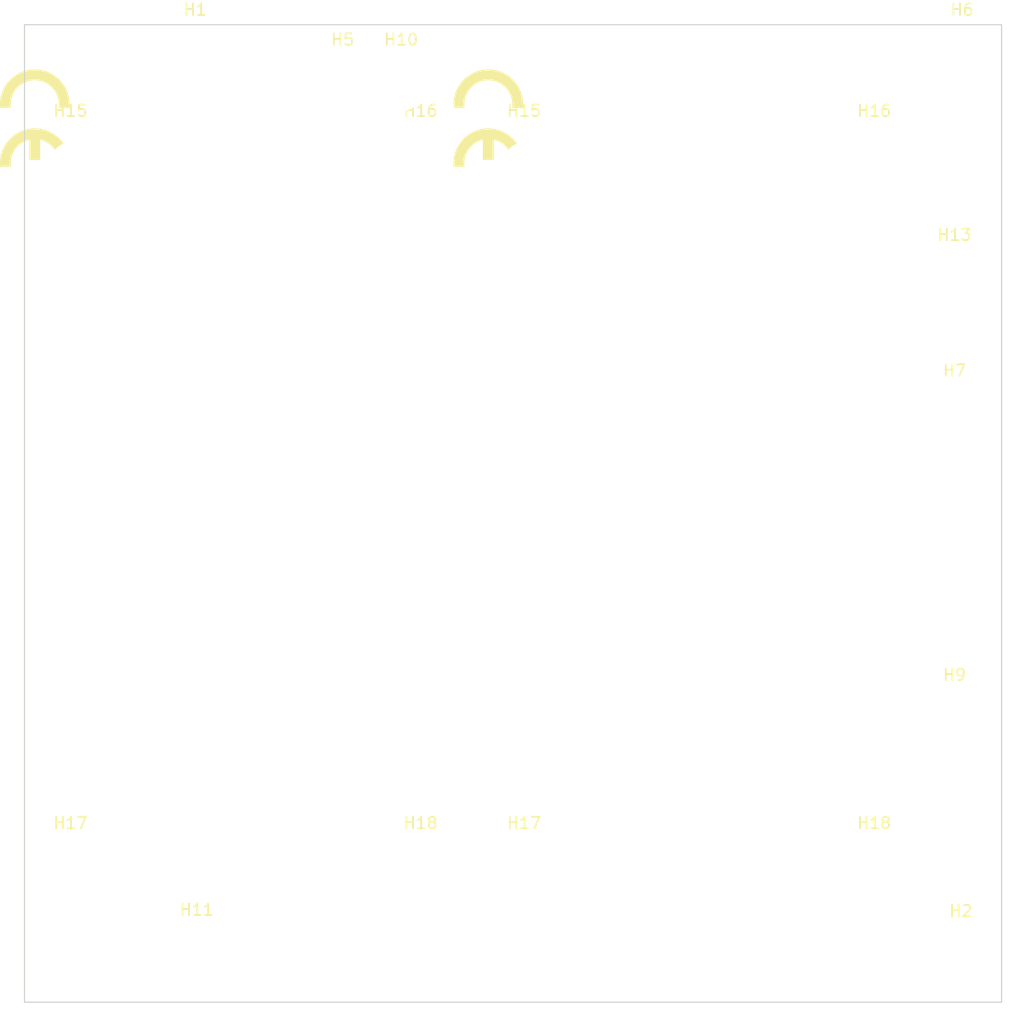
<source format=kicad_pcb>
(kicad_pcb (version 20221018) (generator pcbnew)
  (layers (0 "F.Cu" signal) (31 "B.Cu" signal) (34 "B.Paste" user) (35 "F.Paste" user) (36 "B.SilkS" user "B.Silkscreen") (37 "F.SilkS" user "F.Silkscreen") (38 "B.Mask" user) (39 "F.Mask" user) (44 "Edge.Cuts" user))
  (net 0 "")
  (footprint "MountingHole:MountingHole_3.5mm" (layer "F.Cu") (at 81.666 3.2)
    (fp_text reference "H6" (at 0 -4.5) (layer "F.SilkS"))
    (fp_text value "MountingHole")
    (pad "" np_thru_hole circle (at 0 0) (size 3.5 3.5) (drill 3.5) (layers "*.Cu" "*.Mask"))
  )
  (footprint "MountingHole:MountingHole_3.5mm" (layer "F.Cu") (at 4 74)
    (fp_text reference "H17" (at 0 -4.5) (layer "F.SilkS"))
    (fp_text value "MountingHole")
    (pad "" np_thru_hole circle (at 0 0) (size 3.5 3.5) (drill 3.5) (layers "*.Cu" "*.Mask"))
  )
  (footprint "MountingHole:MountingHole_3.5mm" (layer "F.Cu") (at 74 74)
    (fp_text reference "H18" (at 0 -4.5) (layer "F.SilkS"))
    (fp_text value "MountingHole")
    (pad "" np_thru_hole circle (at 0 0) (size 3.5 3.5) (drill 3.5) (layers "*.Cu" "*.Mask"))
  )
  (footprint "Symbol:CE-Logo_8.5x6mm_SilkScreen" (layer "F.Cu") (at 0.9 8.1375 -90)
    (fp_text reference "PS1" hide)
    (fp_text value "HLK-5M12" hide)
    (fp_poly (pts (xy -1.060813 -3.015685) (xy -0.99633 -3.014025) (xy -0.949697 -3.011055) (xy -0.929349 -3.007912) (xy -0.899583 -2.999935) (xy -0.899583 -2.07947) (xy -1.109119 -2.086741) (xy -1.318953 -2.086477) (xy -1.513141 -2.069618) (xy -1.69758 -2.034925) (xy -1.878168 -1.981161) (xy -2.060803 -1.907089) (xy -2.136511 -1.871121) (xy -2.317062 -1.772023) (xy -2.479702 -1.660674) (xy -2.632099 -1.531592) (xy -2.691378 -1.474295) (xy -2.848015 -1.299139) (xy -2.983527 -1.10848) (xy -3.097234 -0.903606) (xy -3.188456 -0.685807) (xy -3.256515 -0.456371) (xy -3.276674 -0.363803) (xy -3.288823 -0.279756) (xy -3.296934 -0.176766) (xy -3.301015 -0.062035) (xy -3.301074 0.057234) (xy -3.297116 0.173837) (xy -3.289149 0.280571) (xy -3.277181 0.370233) (xy -3.275943 0.377031) (xy -3.220089 0.605759) (xy -3.140701 0.823965) (xy -3.039069 1.030177) (xy -2.916478 1.222928) (xy -2.774219 1.400748) (xy -2.613579 1.562168) (xy -2.435845 1.705719) (xy -2.242307 1.829931) (xy -2.034252 1.933336) (xy -1.850763 2.002535) (xy -1.747623 2.034118) (xy -1.652893 2.058129) (xy -1.56013 2.075463) (xy -1.462894 2.087016) (xy -1.354742 2.09368) (xy -1.229233 2.096352) (xy -1.174089 2.096504) (xy -0.899583 2.096186) (xy -0.899583 3.013164) (xy -0.929349 3.021141) (xy -0.954749 3.024138) (xy -1.001744 3.026203) (xy -1.06549 3.027382) (xy -1.141142 3.027723) (xy -1.223854 3.027274) (xy -1.308783 3.026083) (xy -1.391083 3.024197) (xy -1.465909 3.021663) (xy -1.528417 3.018531) (xy -1.573762 3.014847) (xy -1.574271 3.014789) (xy -1.687271 2.998341) (xy -1.814872 2.973706) (xy -1.947338 2.943083) (xy -2.074934 2.908667) (xy -2.156016 2.883536) (xy -2.420553 2.782498) (xy -2.671277 2.659513) (xy -2.907195 2.515777) (xy -3.12732 2.352487) (xy -3.33066 2.170838) (xy -3.516227 1.972026) (xy -3.68303 1.757247) (xy -3.830079 1.527698) (xy -3.956385 1.284573) (xy -4.060958 1.02907) (xy -4.142808 0.762383) (xy -4.200945 0.485709) (xy -4.214162 0.396875) (xy -4.222618 0.312107) (xy -4.228437 0.208118) (xy -4.231618 0.092009) (xy -4.232161 -0.029113) (xy -4.230066 -0.148146) (xy -4.225334 -0.257986) (xy -4.217963 -0.351528) (xy -4.214162 -0.383646) (xy -4.163241 -0.666294) (xy -4.087795 -0.939386) (xy -3.988081 -1.202286) (xy -3.864354 -1.454363) (xy -3.716872 -1.694983) (xy -3.638048 -1.805782) (xy -3.45977 -2.023277) (xy -3.263767 -2.221656) (xy -3.051402 -2.400118) (xy -2.824041 -2.557867) (xy -2.583047 -2.694103) (xy -2.329787 -2.808029) (xy -2.065623 -2.898847) (xy -1.791921 -2.965759) (xy -1.60112 -2.997187) (xy -1.548646 -3.00251) (xy -1.479782 -3.00707) (xy -1.399419 -3.010788) (xy -1.31245 -3.013587) (xy -1.223764 -3.015388) (xy -1.138255 -3.016113) (xy -1.060813 -3.015685)) (stroke (width 0.01)) (fill solid) (layer "F.SilkS"))
    (fp_poly (pts (xy 4.233335 -2.083594) (xy 3.938985 -2.083305) (xy 3.83701 -2.08288) (xy 3.756355 -2.081592) (xy 3.691888 -2.079086) (xy 3.638476 -2.075004) (xy 3.590988 -2.068992) (xy 3.544289 -2.060692) (xy 3.510389 -2.053564) (xy 3.280549 -1.990246) (xy 3.061232 -1.903988) (xy 2.854201 -1.795991) (xy 2.66122 -1.667456) (xy 2.484049 -1.519582) (xy 2.324453 -1.35357) (xy 2.184193 -1.170621) (xy 2.159554 -1.133551) (xy 2.107756 -1.046598) (xy 2.054855 -0.94518) (xy 2.003836 -0.836134) (xy 1.957682 -0.726298) (xy 1.919375 -0.622512) (xy 1.891898 -0.531612) (xy 1.885804 -0.506016) (xy 1.876439 -0.463021) (xy 3.638021 -0.463021) (xy 3.638021 0.47625) (xy 1.876439 0.47625) (xy 1.885804 0.519244) (xy 1.910864 0.610611) (xy 1.948352 0.716469) (xy 1.995185 0.829878) (xy 2.048282 0.943892) (xy 2.10456 1.051569) (xy 2.160936 1.145967) (xy 2.170392 1.160319) (xy 2.314134 1.351791) (xy 2.475333 1.52363) (xy 2.65299 1.675163) (xy 2.846109 1.805719) (xy 3.053691 1.914624) (xy 3.274738 2.001206) (xy 3.508255 2.064794) (xy 3.513956 2.066021) (xy 3.566538 2.076622) (xy 3.614958 2.084513) (xy 3.664609 2.090078) (xy 3.720881 2.093702) (xy 3.789168 2.095769) (xy 3.874859 2.096664) (xy 3.945599 2.096799) (xy 4.233333 2.096776) (xy 4.233333 3.029479) (xy 3.945599 3.027762) (xy 3.853624 3.026709) (xy 3.763891 3.024766) (xy 3.682158 3.022126) (xy 3.614179 3.018981) (xy 3.565711 3.015526) (xy 3.558646 3.014789) (xy 3.333237 2.978594) (xy 3.101386 2.921376) (xy 2.869425 2.845284) (xy 2.643685 2.752465) (xy 2.430499 2.645068) (xy 2.374697 2.613135) (xy 2.211156 2.507667) (xy 2.045214 2.383545) (xy 1.883427 2.246431) (xy 1.73235 2.101982) (xy 1.59854 1.955859) (xy 1.561993 1.911607) (xy 1.400673 1.690012) (xy 1.259348 1.452378) (xy 1.139025 1.201089) (xy 1.040711 0.938532) (xy 0.965412 0.667092) (xy 0.914135 0.389155) (xy 0.91159 0.370416) (xy 0.904641 0.298751) (xy 0.899708 0.208046) (xy 0.896792 0.104923) (xy 0.895895 -0.003991) (xy 0.897019 -0.112075) (xy 0.900166 -0.212702) (xy 0.905338 -0.299248) (xy 0.911383 -0.357188) (xy 0.963339 -0.642106) (xy 1.038569 -0.917646) (xy 1.136391 -1.182191) (xy 1.256121 -1.434123) (xy 1.397076 -1.671823) (xy 1.558573 -1.893675) (xy 1.561993 -1.897921) (xy 1.74228 -2.100879) (xy 1.941422 -2.287344) (xy 2.156973 -2.455786) (xy 2.386485 -2.604675) (xy 2.627509 -2.732483) (xy 2.8776 -2.837678) (xy 3.134309 -2.918733) (xy 3.234619 -2.943231) (xy 3.35853 -2.969062) (xy 3.4737 -2.988408) (xy 3.58752 -3.002019) (xy 3.707385 -3.010644) (xy 3.840687 -3.015032) (xy 3.952213 -3.015992) (xy 4.233333 -3.01625) (xy 4.233335 -2.083594)) (stroke (width 0.01)) (fill solid) (layer "F.SilkS"))
  )
  (footprint "MountingHole:MountingHole_3.5mm" (layer "F.Cu") (at 81 22.8)
    (fp_text reference "H13" (at 0 -4.5) (layer "F.SilkS"))
    (fp_text value "MountingHole")
    (pad "" np_thru_hole circle (at 0 0) (size 3.5 3.5) (drill 3.5) (layers "*.Cu" "*.Mask"))
  )
  (footprint "Symbol:CE-Logo_8.5x6mm_SilkScreen" (layer "F.Cu") (at 40.4 8.1375 -90)
    (fp_text reference "PS1" hide)
    (fp_text value "HLK-5M12" hide)
    (fp_poly (pts (xy -1.060813 -3.015685) (xy -0.99633 -3.014025) (xy -0.949697 -3.011055) (xy -0.929349 -3.007912) (xy -0.899583 -2.999935) (xy -0.899583 -2.07947) (xy -1.109119 -2.086741) (xy -1.318953 -2.086477) (xy -1.513141 -2.069618) (xy -1.69758 -2.034925) (xy -1.878168 -1.981161) (xy -2.060803 -1.907089) (xy -2.136511 -1.871121) (xy -2.317062 -1.772023) (xy -2.479702 -1.660674) (xy -2.632099 -1.531592) (xy -2.691378 -1.474295) (xy -2.848015 -1.299139) (xy -2.983527 -1.10848) (xy -3.097234 -0.903606) (xy -3.188456 -0.685807) (xy -3.256515 -0.456371) (xy -3.276674 -0.363803) (xy -3.288823 -0.279756) (xy -3.296934 -0.176766) (xy -3.301015 -0.062035) (xy -3.301074 0.057234) (xy -3.297116 0.173837) (xy -3.289149 0.280571) (xy -3.277181 0.370233) (xy -3.275943 0.377031) (xy -3.220089 0.605759) (xy -3.140701 0.823965) (xy -3.039069 1.030177) (xy -2.916478 1.222928) (xy -2.774219 1.400748) (xy -2.613579 1.562168) (xy -2.435845 1.705719) (xy -2.242307 1.829931) (xy -2.034252 1.933336) (xy -1.850763 2.002535) (xy -1.747623 2.034118) (xy -1.652893 2.058129) (xy -1.56013 2.075463) (xy -1.462894 2.087016) (xy -1.354742 2.09368) (xy -1.229233 2.096352) (xy -1.174089 2.096504) (xy -0.899583 2.096186) (xy -0.899583 3.013164) (xy -0.929349 3.021141) (xy -0.954749 3.024138) (xy -1.001744 3.026203) (xy -1.06549 3.027382) (xy -1.141142 3.027723) (xy -1.223854 3.027274) (xy -1.308783 3.026083) (xy -1.391083 3.024197) (xy -1.465909 3.021663) (xy -1.528417 3.018531) (xy -1.573762 3.014847) (xy -1.574271 3.014789) (xy -1.687271 2.998341) (xy -1.814872 2.973706) (xy -1.947338 2.943083) (xy -2.074934 2.908667) (xy -2.156016 2.883536) (xy -2.420553 2.782498) (xy -2.671277 2.659513) (xy -2.907195 2.515777) (xy -3.12732 2.352487) (xy -3.33066 2.170838) (xy -3.516227 1.972026) (xy -3.68303 1.757247) (xy -3.830079 1.527698) (xy -3.956385 1.284573) (xy -4.060958 1.02907) (xy -4.142808 0.762383) (xy -4.200945 0.485709) (xy -4.214162 0.396875) (xy -4.222618 0.312107) (xy -4.228437 0.208118) (xy -4.231618 0.092009) (xy -4.232161 -0.029113) (xy -4.230066 -0.148146) (xy -4.225334 -0.257986) (xy -4.217963 -0.351528) (xy -4.214162 -0.383646) (xy -4.163241 -0.666294) (xy -4.087795 -0.939386) (xy -3.988081 -1.202286) (xy -3.864354 -1.454363) (xy -3.716872 -1.694983) (xy -3.638048 -1.805782) (xy -3.45977 -2.023277) (xy -3.263767 -2.221656) (xy -3.051402 -2.400118) (xy -2.824041 -2.557867) (xy -2.583047 -2.694103) (xy -2.329787 -2.808029) (xy -2.065623 -2.898847) (xy -1.791921 -2.965759) (xy -1.60112 -2.997187) (xy -1.548646 -3.00251) (xy -1.479782 -3.00707) (xy -1.399419 -3.010788) (xy -1.31245 -3.013587) (xy -1.223764 -3.015388) (xy -1.138255 -3.016113) (xy -1.060813 -3.015685)) (stroke (width 0.01)) (fill solid) (layer "F.SilkS"))
    (fp_poly (pts (xy 4.233335 -2.083594) (xy 3.938985 -2.083305) (xy 3.83701 -2.08288) (xy 3.756355 -2.081592) (xy 3.691888 -2.079086) (xy 3.638476 -2.075004) (xy 3.590988 -2.068992) (xy 3.544289 -2.060692) (xy 3.510389 -2.053564) (xy 3.280549 -1.990246) (xy 3.061232 -1.903988) (xy 2.854201 -1.795991) (xy 2.66122 -1.667456) (xy 2.484049 -1.519582) (xy 2.324453 -1.35357) (xy 2.184193 -1.170621) (xy 2.159554 -1.133551) (xy 2.107756 -1.046598) (xy 2.054855 -0.94518) (xy 2.003836 -0.836134) (xy 1.957682 -0.726298) (xy 1.919375 -0.622512) (xy 1.891898 -0.531612) (xy 1.885804 -0.506016) (xy 1.876439 -0.463021) (xy 3.638021 -0.463021) (xy 3.638021 0.47625) (xy 1.876439 0.47625) (xy 1.885804 0.519244) (xy 1.910864 0.610611) (xy 1.948352 0.716469) (xy 1.995185 0.829878) (xy 2.048282 0.943892) (xy 2.10456 1.051569) (xy 2.160936 1.145967) (xy 2.170392 1.160319) (xy 2.314134 1.351791) (xy 2.475333 1.52363) (xy 2.65299 1.675163) (xy 2.846109 1.805719) (xy 3.053691 1.914624) (xy 3.274738 2.001206) (xy 3.508255 2.064794) (xy 3.513956 2.066021) (xy 3.566538 2.076622) (xy 3.614958 2.084513) (xy 3.664609 2.090078) (xy 3.720881 2.093702) (xy 3.789168 2.095769) (xy 3.874859 2.096664) (xy 3.945599 2.096799) (xy 4.233333 2.096776) (xy 4.233333 3.029479) (xy 3.945599 3.027762) (xy 3.853624 3.026709) (xy 3.763891 3.024766) (xy 3.682158 3.022126) (xy 3.614179 3.018981) (xy 3.565711 3.015526) (xy 3.558646 3.014789) (xy 3.333237 2.978594) (xy 3.101386 2.921376) (xy 2.869425 2.845284) (xy 2.643685 2.752465) (xy 2.430499 2.645068) (xy 2.374697 2.613135) (xy 2.211156 2.507667) (xy 2.045214 2.383545) (xy 1.883427 2.246431) (xy 1.73235 2.101982) (xy 1.59854 1.955859) (xy 1.561993 1.911607) (xy 1.400673 1.690012) (xy 1.259348 1.452378) (xy 1.139025 1.201089) (xy 1.040711 0.938532) (xy 0.965412 0.667092) (xy 0.914135 0.389155) (xy 0.91159 0.370416) (xy 0.904641 0.298751) (xy 0.899708 0.208046) (xy 0.896792 0.104923) (xy 0.895895 -0.003991) (xy 0.897019 -0.112075) (xy 0.900166 -0.212702) (xy 0.905338 -0.299248) (xy 0.911383 -0.357188) (xy 0.963339 -0.642106) (xy 1.038569 -0.917646) (xy 1.136391 -1.182191) (xy 1.256121 -1.434123) (xy 1.397076 -1.671823) (xy 1.558573 -1.893675) (xy 1.561993 -1.897921) (xy 1.74228 -2.100879) (xy 1.941422 -2.287344) (xy 2.156973 -2.455786) (xy 2.386485 -2.604675) (xy 2.627509 -2.732483) (xy 2.8776 -2.837678) (xy 3.134309 -2.918733) (xy 3.234619 -2.943231) (xy 3.35853 -2.969062) (xy 3.4737 -2.988408) (xy 3.58752 -3.002019) (xy 3.707385 -3.010644) (xy 3.840687 -3.015032) (xy 3.952213 -3.015992) (xy 4.233333 -3.01625) (xy 4.233335 -2.083594)) (stroke (width 0.01)) (fill solid) (layer "F.SilkS"))
  )
  (footprint "MountingHole:MountingHole_3.5mm" (layer "F.Cu") (at 81 27.8)
    (fp_text reference "H4" (at 0 -4.5) (layer "F.SilkS"))
    (fp_text value "MountingHole")
    (pad "" np_thru_hole circle (at 0 0) (size 3.5 3.5) (drill 3.5) (layers "*.Cu" "*.Mask"))
  )
  (footprint "MountingHole:MountingHole_3.5mm" (layer "F.Cu") (at 14.863 3.2)
    (fp_text reference "H1" (at 0 -4.5) (layer "F.SilkS"))
    (fp_text value "MountingHole")
    (pad "" np_thru_hole circle (at 0 0) (size 3.5 3.5) (drill 3.5) (layers "*.Cu" "*.Mask"))
  )
  (footprint "MountingHole:MountingHole_3.5mm" (layer "F.Cu") (at 34.5 12)
    (fp_text reference "H16" (at 0 -4.5) (layer "F.SilkS"))
    (fp_text value "MountingHole")
    (pad "" np_thru_hole circle (at 0 0) (size 3.5 3.5) (drill 3.5) (layers "*.Cu" "*.Mask"))
  )
  (footprint "MountingHole:MountingHole_3.5mm" (layer "F.Cu") (at 15 81.55)
    (fp_text reference "H11" (at 0 -4.5) (layer "F.SilkS"))
    (fp_text value "MountingHole")
    (pad "" np_thru_hole circle (at 0 0) (size 3.5 3.5) (drill 3.5) (layers "*.Cu" "*.Mask"))
  )
  (footprint "MountingHole:MountingHole_3.5mm" (layer "F.Cu") (at 81 49.9)
    (fp_text reference "H8" (at 0 -4.5) (layer "F.SilkS"))
    (fp_text value "MountingHole")
    (pad "" np_thru_hole circle (at 0 0) (size 3.5 3.5) (drill 3.5) (layers "*.Cu" "*.Mask"))
  )
  (footprint "MountingHole:MountingHole_3.5mm" (layer "F.Cu") (at 32.8 5.8)
    (fp_text reference "H10" (at 0 -4.5) (layer "F.SilkS"))
    (fp_text value "MountingHole")
    (pad "" np_thru_hole circle (at 0 0) (size 3.5 3.5) (drill 3.5) (layers "*.Cu" "*.Mask"))
  )
  (footprint "MountingHole:MountingHole_3.5mm" (layer "F.Cu") (at 81 39.7)
    (fp_text reference "H12" (at 0 -4.5) (layer "F.SilkS"))
    (fp_text value "MountingHole")
    (pad "" np_thru_hole circle (at 0 0) (size 3.5 3.5) (drill 3.5) (layers "*.Cu" "*.Mask"))
  )
  (footprint "MountingHole:MountingHole_3.5mm" (layer "F.Cu") (at 81 34.6)
    (fp_text reference "H7" (at 0 -4.5) (layer "F.SilkS"))
    (fp_text value "MountingHole")
    (pad "" np_thru_hole circle (at 0 0) (size 3.5 3.5) (drill 3.5) (layers "*.Cu" "*.Mask"))
  )
  (footprint "MountingHole:MountingHole_3.5mm" (layer "F.Cu") (at 34.5 74)
    (fp_text reference "H18" (at 0 -4.5) (layer "F.SilkS"))
    (fp_text value "MountingHole")
    (pad "" np_thru_hole circle (at 0 0) (size 3.5 3.5) (drill 3.5) (layers "*.Cu" "*.Mask"))
  )
  (footprint "MountingHole:MountingHole_3.5mm" (layer "F.Cu") (at 74 12)
    (fp_text reference "H16" (at 0 -4.5) (layer "F.SilkS"))
    (fp_text value "MountingHole")
    (pad "" np_thru_hole circle (at 0 0) (size 3.5 3.5) (drill 3.5) (layers "*.Cu" "*.Mask"))
  )
  (footprint "MountingHole:MountingHole_3.5mm" (layer "F.Cu") (at 43.5 12)
    (fp_text reference "H15" (at 0 -4.5) (layer "F.SilkS"))
    (fp_text value "MountingHole")
    (pad "" np_thru_hole circle (at 0 0) (size 3.5 3.5) (drill 3.5) (layers "F&B.Cu" "*.Mask"))
  )
  (footprint "MountingHole:MountingHole_3.5mm" (layer "F.Cu") (at 4 12)
    (fp_text reference "H15" (at 0 -4.5) (layer "F.SilkS"))
    (fp_text value "MountingHole")
    (pad "" np_thru_hole circle (at 0 0) (size 3.5 3.5) (drill 3.5) (layers "F&B.Cu" "*.Mask"))
  )
  (footprint "MountingHole:MountingHole_3.5mm" (layer "F.Cu") (at 81 44.7)
    (fp_text reference "H3" (at 0 -4.5) (layer "F.SilkS"))
    (fp_text value "MountingHole")
    (pad "" np_thru_hole circle (at 0 0) (size 3.5 3.5) (drill 3.5) (layers "*.Cu" "*.Mask"))
  )
  (footprint "MountingHole:MountingHole_3.5mm" (layer "F.Cu") (at 81.55 81.666)
    (fp_text reference "H2" (at 0 -4.5) (layer "F.SilkS"))
    (fp_text value "MountingHole")
    (pad "" np_thru_hole circle (at 0 0) (size 3.5 3.5) (drill 3.5) (layers "*.Cu" "*.Mask"))
  )
  (footprint "MountingHole:MountingHole_3.5mm" (layer "F.Cu") (at 43.5 74)
    (fp_text reference "H17" (at 0 -4.5) (layer "F.SilkS"))
    (fp_text value "MountingHole")
    (pad "" np_thru_hole circle (at 0 0) (size 3.5 3.5) (drill 3.5) (layers "*.Cu" "*.Mask"))
  )
  (footprint "MountingHole:MountingHole_3.5mm" (layer "F.Cu") (at 81 61.1)
    (fp_text reference "H9" (at 0 -4.5) (layer "F.SilkS"))
    (fp_text value "MountingHole")
    (pad "" np_thru_hole circle (at 0 0) (size 3.5 3.5) (drill 3.5) (layers "*.Cu" "*.Mask"))
  )
  (footprint "MountingHole:MountingHole_3.5mm" (layer "F.Cu") (at 27.7 5.8)
    (fp_text reference "H5" (at 0 -4.5) (layer "F.SilkS"))
    (fp_text value "MountingHole")
    (pad "" np_thru_hole circle (at 0 0) (size 3.5 3.5) (drill 3.5) (layers "*.Cu" "*.Mask"))
  )
  (footprint "MountingHole:MountingHole_3.5mm" (layer "F.Cu") (at 81 66.1)
    (fp_text reference "H14" (at 0 -4.5) (layer "F.SilkS"))
    (fp_text value "MountingHole")
    (pad "" np_thru_hole circle (at 0 0) (size 3.5 3.5) (drill 3.5) (layers "*.Cu" "*.Mask"))
  )
  (gr_rect (start 0 0) (end 85.1 85.1) (stroke (width 0.1)) (fill none) (layer "Edge.Cuts"))
)
</source>
